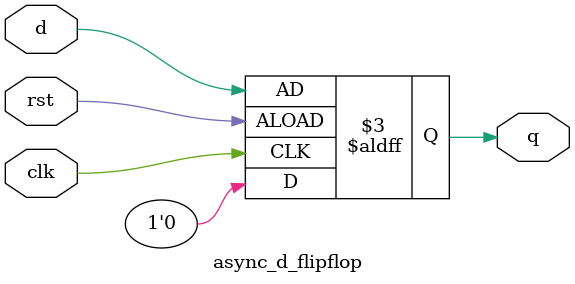
<source format=v>
`timescale 1ns / 1ps
module async_d_flipflop(
      input clk,
      input d,
      input rst,
      output reg q
    );
  always@(posedge clk or posedge rst) begin
  if (!rst)
    q<=0;
    else
    q<=d;
  end
  
endmodule
</source>
